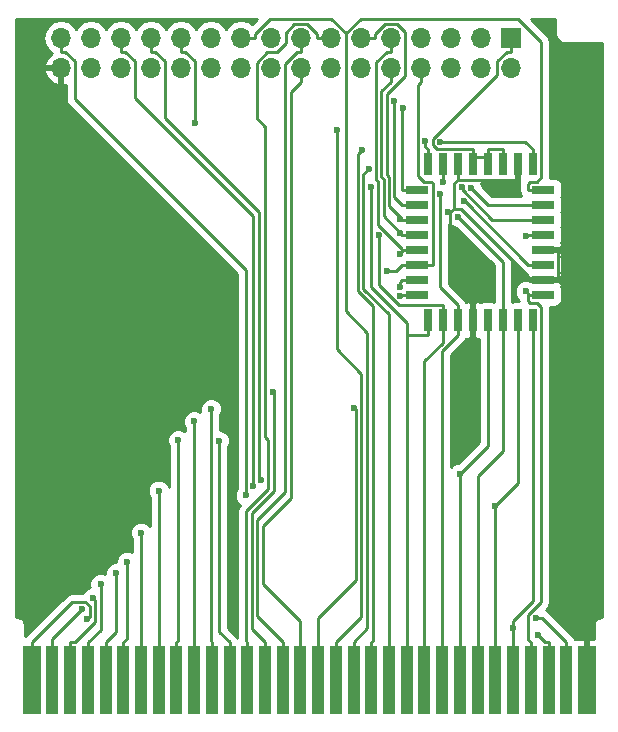
<source format=gtl>
%TF.GenerationSoftware,KiCad,Pcbnew,4.0.6*%
%TF.CreationDate,2017-11-25T15:44:53+09:00*%
%TF.ProjectId,gb_rom_board,67625F726F6D5F626F6172642E6B6963,rev?*%
%TF.FileFunction,Copper,L1,Top,Signal*%
%FSLAX46Y46*%
G04 Gerber Fmt 4.6, Leading zero omitted, Abs format (unit mm)*
G04 Created by KiCad (PCBNEW 4.0.6) date 11/25/17 15:44:53*
%MOMM*%
%LPD*%
G01*
G04 APERTURE LIST*
%ADD10C,0.100000*%
%ADD11R,0.700000X1.925000*%
%ADD12R,1.925000X0.700000*%
%ADD13R,1.700000X1.700000*%
%ADD14O,1.700000X1.700000*%
%ADD15R,1.500000X5.800000*%
%ADD16R,1.000000X5.800000*%
%ADD17C,0.600000*%
%ADD18C,0.250000*%
%ADD19C,0.254000*%
G04 APERTURE END LIST*
D10*
D11*
X152362000Y-85725900D03*
X151092000Y-85725900D03*
X149822000Y-85725900D03*
X148552000Y-85725900D03*
X153632000Y-85725900D03*
X154902000Y-85725900D03*
X156172000Y-85725900D03*
X157442000Y-85725900D03*
D12*
X147674500Y-87873400D03*
X147674500Y-89143400D03*
X147674500Y-90413400D03*
X147674500Y-91683400D03*
X147674500Y-92953400D03*
X147674500Y-94223400D03*
X147674500Y-95493400D03*
X147674500Y-96763400D03*
D11*
X148552000Y-98910900D03*
X149822000Y-98910900D03*
X151092000Y-98910900D03*
X152362000Y-98910900D03*
X153632000Y-98910900D03*
X154902000Y-98910900D03*
X156172000Y-98910900D03*
X157442000Y-98910900D03*
D12*
X158319500Y-96763400D03*
X158319500Y-95493400D03*
X158319500Y-94223400D03*
X158319500Y-92953400D03*
X158319500Y-91683400D03*
X158319500Y-90413400D03*
X158319500Y-89143400D03*
X158319500Y-87873400D03*
D13*
X155586000Y-75018900D03*
D14*
X155586000Y-77558900D03*
X153046000Y-75018900D03*
X153046000Y-77558900D03*
X150506000Y-75018900D03*
X150506000Y-77558900D03*
X147966000Y-75018900D03*
X147966000Y-77558900D03*
X145426000Y-75018900D03*
X145426000Y-77558900D03*
X142886000Y-75018900D03*
X142886000Y-77558900D03*
X140346000Y-75018900D03*
X140346000Y-77558900D03*
X137806000Y-75018900D03*
X137806000Y-77558900D03*
X135266000Y-75018900D03*
X135266000Y-77558900D03*
X132726000Y-75018900D03*
X132726000Y-77558900D03*
X130186000Y-75018900D03*
X130186000Y-77558900D03*
X127646000Y-75018900D03*
X127646000Y-77558900D03*
X125106000Y-75018900D03*
X125106000Y-77558900D03*
X122566000Y-75018900D03*
X122566000Y-77558900D03*
X120026000Y-75018900D03*
X120026000Y-77558900D03*
X117486000Y-75018900D03*
X117486000Y-77558900D03*
D15*
X115019000Y-129402000D03*
D16*
X116769000Y-129402000D03*
X118269000Y-129402000D03*
X119769000Y-129402000D03*
X121269000Y-129402000D03*
X122769000Y-129402000D03*
X124269000Y-129402000D03*
X125769000Y-129402000D03*
X127269000Y-129402000D03*
X128769000Y-129402000D03*
X130269000Y-129402000D03*
X131769000Y-129402000D03*
X133269000Y-129402000D03*
X134769000Y-129402000D03*
X136269000Y-129402000D03*
X137769000Y-129402000D03*
X139269000Y-129402000D03*
X140769000Y-129402000D03*
X142269000Y-129402000D03*
X143769000Y-129402000D03*
X145269000Y-129402000D03*
X146769000Y-129402000D03*
X148269000Y-129402000D03*
X149769000Y-129402000D03*
X151269000Y-129402000D03*
X152769000Y-129402000D03*
X154269000Y-129402000D03*
X155769000Y-129402000D03*
X157269000Y-129402000D03*
X158769000Y-129402000D03*
X160269000Y-129402000D03*
D15*
X162019000Y-129402000D03*
D17*
X119716100Y-124227200D03*
X150240200Y-89749300D03*
X143551600Y-86095000D03*
X149822000Y-87214000D03*
X140831500Y-82818600D03*
X148353800Y-83743900D03*
X142963900Y-84521900D03*
X149604500Y-83809000D03*
X146415200Y-80918000D03*
X145724600Y-80332300D03*
X130882800Y-109143400D03*
X130205600Y-106438200D03*
X146178900Y-90383100D03*
X128769000Y-107476000D03*
X146195400Y-91492100D03*
X127402800Y-109047600D03*
X146178500Y-93343200D03*
X125769000Y-113350100D03*
X145113500Y-94751700D03*
X146200500Y-96070500D03*
X124269000Y-116892900D03*
X146211400Y-96870900D03*
X123071300Y-119362100D03*
X143719300Y-87634100D03*
X144378800Y-91738600D03*
X128821300Y-82183300D03*
X149590700Y-88191200D03*
X151251500Y-111910800D03*
X134422900Y-112484900D03*
X151092600Y-90156700D03*
X154240300Y-114602500D03*
X133767300Y-112966400D03*
X155769000Y-124994800D03*
X156827000Y-96478400D03*
X151578300Y-88853300D03*
X156838600Y-91779100D03*
X142301000Y-106316700D03*
X151412600Y-87628300D03*
X152213000Y-87719100D03*
X135467600Y-105031100D03*
X119300900Y-123405400D03*
X120168100Y-122458500D03*
X120839700Y-121276800D03*
X122139500Y-120344100D03*
X157885100Y-125576600D03*
X157695500Y-124143200D03*
X133142000Y-113743000D03*
D18*
X154902000Y-84438100D02*
X153632000Y-84438100D01*
X154902000Y-85725900D02*
X154902000Y-84438100D01*
X155586000Y-75018900D02*
X155586000Y-76194200D01*
X153632000Y-85082000D02*
X152362000Y-85082000D01*
X152362000Y-85725900D02*
X152362000Y-85082000D01*
X152362000Y-85082000D02*
X152362000Y-84438100D01*
X153632000Y-85725900D02*
X153632000Y-85082000D01*
X153632000Y-85082000D02*
X153632000Y-84438100D01*
X149349300Y-84438100D02*
X152362000Y-84438100D01*
X148979200Y-84068000D02*
X149349300Y-84438100D01*
X148979200Y-83550000D02*
X148979200Y-84068000D01*
X154410700Y-78118500D02*
X148979200Y-83550000D01*
X154410700Y-77002100D02*
X154410700Y-78118500D01*
X155218600Y-76194200D02*
X154410700Y-77002100D01*
X155586000Y-76194200D02*
X155218600Y-76194200D01*
X115019000Y-129402000D02*
X115019000Y-126176700D01*
X118415700Y-122780000D02*
X115019000Y-126176700D01*
X119559900Y-122780000D02*
X118415700Y-122780000D01*
X119926200Y-123146300D02*
X119559900Y-122780000D01*
X119926200Y-124017100D02*
X119926200Y-123146300D01*
X119716100Y-124227200D02*
X119926200Y-124017100D01*
X158319500Y-92953400D02*
X159607300Y-92953400D01*
X162019000Y-97905100D02*
X159607300Y-95493400D01*
X162019000Y-129402000D02*
X162019000Y-97905100D01*
X158319500Y-95493400D02*
X159607300Y-95493400D01*
X159607300Y-95493400D02*
X159607300Y-92953400D01*
X158319500Y-95493400D02*
X157031700Y-95493400D01*
X152362000Y-98910900D02*
X152362000Y-97623100D01*
X150467300Y-95728400D02*
X150467300Y-89791200D01*
X152362000Y-97623100D02*
X150467300Y-95728400D01*
X150425400Y-89749300D02*
X150240200Y-89749300D01*
X150467300Y-89791200D02*
X150425400Y-89749300D01*
X151335200Y-89513600D02*
X150787200Y-89513600D01*
X157031700Y-95210100D02*
X151335200Y-89513600D01*
X157031700Y-95493400D02*
X157031700Y-95210100D01*
X150744900Y-89513600D02*
X150467300Y-89791200D01*
X150787200Y-89513600D02*
X150744900Y-89513600D01*
X150787200Y-87318500D02*
X151092000Y-87013700D01*
X150787200Y-89513600D02*
X150787200Y-87318500D01*
X151686600Y-87002900D02*
X151092000Y-87002900D01*
X151697400Y-87013700D02*
X151686600Y-87002900D01*
X156172000Y-87013700D02*
X151697400Y-87013700D01*
X151092000Y-85725900D02*
X151092000Y-87002900D01*
X151092000Y-87002900D02*
X151092000Y-87013700D01*
X156172000Y-85725900D02*
X156172000Y-87013700D01*
X145269000Y-129402000D02*
X145269000Y-126176700D01*
X149822000Y-85725900D02*
X149822000Y-87013700D01*
X149822000Y-87013700D02*
X149822000Y-87214000D01*
X145269000Y-98429700D02*
X145269000Y-126176700D01*
X143094000Y-96254700D02*
X145269000Y-98429700D01*
X143094000Y-86552600D02*
X143094000Y-96254700D01*
X143551600Y-86095000D02*
X143094000Y-86552600D01*
X140769000Y-129402000D02*
X140769000Y-126176700D01*
X148552000Y-85725900D02*
X148552000Y-84438100D01*
X148353800Y-84239900D02*
X148552000Y-84438100D01*
X148353800Y-83743900D02*
X148353800Y-84239900D01*
X140831500Y-101386400D02*
X140831500Y-82818600D01*
X142926400Y-103481300D02*
X140831500Y-101386400D01*
X142926400Y-124019300D02*
X142926400Y-103481300D01*
X140769000Y-126176700D02*
X142926400Y-124019300D01*
X143769000Y-129402000D02*
X143769000Y-126176700D01*
X157442000Y-85725900D02*
X157442000Y-84438100D01*
X156812900Y-83809000D02*
X149604500Y-83809000D01*
X157442000Y-84438100D02*
X156812900Y-83809000D01*
X143881600Y-126064100D02*
X143769000Y-126176700D01*
X143881600Y-97679300D02*
X143881600Y-126064100D01*
X142643700Y-96441400D02*
X143881600Y-97679300D01*
X142643700Y-84842100D02*
X142643700Y-96441400D01*
X142963900Y-84521900D02*
X142643700Y-84842100D01*
X147674500Y-87873400D02*
X146386700Y-87873400D01*
X146386700Y-80946500D02*
X146386700Y-87873400D01*
X146415200Y-80918000D02*
X146386700Y-80946500D01*
X133269000Y-129402000D02*
X133269000Y-126176700D01*
X140346000Y-75018900D02*
X139170700Y-75018900D01*
X133175800Y-126083500D02*
X133269000Y-126176700D01*
X133175800Y-115079400D02*
X133175800Y-126083500D01*
X135048300Y-113206900D02*
X133175800Y-115079400D01*
X135048300Y-109086300D02*
X135048300Y-113206900D01*
X134740400Y-108778400D02*
X135048300Y-109086300D01*
X134740400Y-82519700D02*
X134740400Y-108778400D01*
X134048900Y-81828200D02*
X134740400Y-82519700D01*
X134048900Y-77111200D02*
X134048900Y-81828200D01*
X134965800Y-76194300D02*
X134048900Y-77111200D01*
X135754800Y-76194300D02*
X134965800Y-76194300D01*
X136536000Y-75413100D02*
X135754800Y-76194300D01*
X136536000Y-74557500D02*
X136536000Y-75413100D01*
X137249900Y-73843600D02*
X136536000Y-74557500D01*
X138362800Y-73843600D02*
X137249900Y-73843600D01*
X139170700Y-74651500D02*
X138362800Y-73843600D01*
X139170700Y-75018900D02*
X139170700Y-74651500D01*
X147674500Y-89143400D02*
X146386700Y-89143400D01*
X131769000Y-129402000D02*
X131769000Y-126176700D01*
X145724600Y-88481300D02*
X145724600Y-80332300D01*
X146386700Y-89143400D02*
X145724600Y-88481300D01*
X130882800Y-125290500D02*
X130882800Y-109143400D01*
X131769000Y-126176700D02*
X130882800Y-125290500D01*
X147674500Y-90413400D02*
X146386700Y-90413400D01*
X142886000Y-75018900D02*
X144061300Y-75018900D01*
X130269000Y-129402000D02*
X130269000Y-126176700D01*
X130205600Y-126113300D02*
X130205600Y-106438200D01*
X130269000Y-126176700D02*
X130205600Y-126113300D01*
X146267700Y-90294300D02*
X146178900Y-90383100D01*
X146267700Y-90294300D02*
X146386700Y-90413400D01*
X144061300Y-74651600D02*
X144061300Y-75018900D01*
X144884300Y-73828600D02*
X144061300Y-74651600D01*
X145960400Y-73828600D02*
X144884300Y-73828600D01*
X146634900Y-74503100D02*
X145960400Y-73828600D01*
X146634900Y-78210800D02*
X146634900Y-74503100D01*
X145077600Y-79768100D02*
X146634900Y-78210800D01*
X145077600Y-86620500D02*
X145077600Y-79768100D01*
X145256400Y-86799300D02*
X145077600Y-86620500D01*
X145256400Y-89283100D02*
X145256400Y-86799300D01*
X146267700Y-90294300D02*
X145256400Y-89283100D01*
X147674500Y-91683400D02*
X146386700Y-91683400D01*
X146195400Y-91492100D02*
X146386700Y-91683400D01*
X128769000Y-129402000D02*
X128769000Y-126176700D01*
X145426000Y-77558900D02*
X145426000Y-78734200D01*
X128769000Y-126176700D02*
X128769000Y-107476000D01*
X144627300Y-79532900D02*
X145426000Y-78734200D01*
X144627300Y-86807100D02*
X144627300Y-79532900D01*
X144806100Y-86985900D02*
X144627300Y-86807100D01*
X144806100Y-90102800D02*
X144806100Y-86985900D01*
X146195400Y-91492100D02*
X144806100Y-90102800D01*
X147674500Y-92953400D02*
X146386700Y-92953400D01*
X127269000Y-129402000D02*
X127269000Y-126176700D01*
X127402800Y-126042900D02*
X127402800Y-109047600D01*
X127269000Y-126176700D02*
X127402800Y-126042900D01*
X145426000Y-75018900D02*
X145426000Y-76194200D01*
X146386700Y-93135000D02*
X146386700Y-92953400D01*
X146178500Y-93343200D02*
X146386700Y-93135000D01*
X145058700Y-76194200D02*
X145426000Y-76194200D01*
X144176900Y-77076000D02*
X145058700Y-76194200D01*
X144176900Y-86993600D02*
X144176900Y-77076000D01*
X144355800Y-87172500D02*
X144176900Y-86993600D01*
X144355800Y-90831200D02*
X144355800Y-87172500D01*
X146386700Y-92862100D02*
X144355800Y-90831200D01*
X146386700Y-92953400D02*
X146386700Y-92862100D01*
X147674500Y-94223400D02*
X148962300Y-94223400D01*
X147966000Y-77558900D02*
X147966000Y-78734200D01*
X147674500Y-94223400D02*
X146386700Y-94223400D01*
X125769000Y-129402000D02*
X125769000Y-113350100D01*
X148962300Y-87319200D02*
X148962300Y-94223400D01*
X148841100Y-87198000D02*
X148962300Y-87319200D01*
X148238200Y-87198000D02*
X148841100Y-87198000D01*
X147728500Y-86688300D02*
X148238200Y-87198000D01*
X147728500Y-78971700D02*
X147728500Y-86688300D01*
X147966000Y-78734200D02*
X147728500Y-78971700D01*
X145858400Y-94751700D02*
X146386700Y-94223400D01*
X145113500Y-94751700D02*
X145858400Y-94751700D01*
X147674500Y-95493400D02*
X146386700Y-95493400D01*
X124269000Y-129402000D02*
X124269000Y-126176700D01*
X146200500Y-95679600D02*
X146200500Y-96070500D01*
X146386700Y-95493400D02*
X146200500Y-95679600D01*
X124269000Y-126176700D02*
X124269000Y-116892900D01*
X147674500Y-96763400D02*
X146386700Y-96763400D01*
X146318900Y-96763400D02*
X146211400Y-96870900D01*
X146386700Y-96763400D02*
X146318900Y-96763400D01*
X123071300Y-125874400D02*
X123071300Y-119362100D01*
X122769000Y-126176700D02*
X123071300Y-125874400D01*
X122769000Y-129402000D02*
X122769000Y-126176700D01*
X146769000Y-129402000D02*
X146769000Y-126176700D01*
X148552000Y-98910900D02*
X148552000Y-100198700D01*
X143719300Y-96071600D02*
X143719300Y-87634100D01*
X146769000Y-99121300D02*
X143719300Y-96071600D01*
X146769000Y-100198700D02*
X146769000Y-99121300D01*
X146769000Y-126176700D02*
X146769000Y-100198700D01*
X146769000Y-100198700D02*
X148552000Y-100198700D01*
X149822000Y-100831800D02*
X149822000Y-98910900D01*
X148269000Y-102384800D02*
X149822000Y-100831800D01*
X148269000Y-129402000D02*
X148269000Y-102384800D01*
X127646000Y-75018900D02*
X127646000Y-76194200D01*
X149822000Y-98910900D02*
X149822000Y-97623100D01*
X128013400Y-76194200D02*
X127646000Y-76194200D01*
X128821300Y-77002100D02*
X128013400Y-76194200D01*
X128821300Y-82183300D02*
X128821300Y-77002100D01*
X144378800Y-95922700D02*
X144378800Y-91738600D01*
X146079200Y-97623100D02*
X144378800Y-95922700D01*
X149822000Y-97623100D02*
X146079200Y-97623100D01*
X151092000Y-99554800D02*
X151092000Y-100198700D01*
X149769000Y-101521700D02*
X151092000Y-100198700D01*
X149769000Y-129402000D02*
X149769000Y-101521700D01*
X151092000Y-99554800D02*
X151092000Y-98910900D01*
X151092000Y-98910900D02*
X151092000Y-97623100D01*
X149590700Y-96121800D02*
X149590700Y-88191200D01*
X151092000Y-97623100D02*
X149590700Y-96121800D01*
X151269000Y-129402000D02*
X151269000Y-126176700D01*
X125106000Y-75018900D02*
X125106000Y-76194200D01*
X151269000Y-111928300D02*
X151251500Y-111910800D01*
X151269000Y-126176700D02*
X151269000Y-111928300D01*
X153632000Y-109530300D02*
X153632000Y-98910900D01*
X151251500Y-111910800D02*
X153632000Y-109530300D01*
X134239800Y-112301800D02*
X134422900Y-112484900D01*
X134239800Y-89721700D02*
X134239800Y-112301800D01*
X126281300Y-81763200D02*
X134239800Y-89721700D01*
X126281300Y-77002100D02*
X126281300Y-81763200D01*
X125473400Y-76194200D02*
X126281300Y-77002100D01*
X125106000Y-76194200D02*
X125473400Y-76194200D01*
X152769000Y-129402000D02*
X152769000Y-126176700D01*
X154902000Y-109988600D02*
X154902000Y-98910900D01*
X152769000Y-112121600D02*
X154902000Y-109988600D01*
X152769000Y-126176700D02*
X152769000Y-112121600D01*
X154902000Y-93966100D02*
X151092600Y-90156700D01*
X154902000Y-98910900D02*
X154902000Y-93966100D01*
X154269000Y-129402000D02*
X154269000Y-126176700D01*
X122566000Y-75018900D02*
X122566000Y-76194200D01*
X154269000Y-114602500D02*
X154240300Y-114602500D01*
X154269000Y-126176700D02*
X154269000Y-114602500D01*
X156172000Y-112699500D02*
X156172000Y-98910900D01*
X154269000Y-114602500D02*
X156172000Y-112699500D01*
X133767300Y-90130600D02*
X133767300Y-112966400D01*
X123741300Y-80104600D02*
X133767300Y-90130600D01*
X123741300Y-77002100D02*
X123741300Y-80104600D01*
X122933400Y-76194200D02*
X123741300Y-77002100D01*
X122566000Y-76194200D02*
X122933400Y-76194200D01*
X155769000Y-129402000D02*
X155769000Y-126176700D01*
X155769000Y-124994800D02*
X155769000Y-126176700D01*
X155769000Y-124357900D02*
X155769000Y-124994800D01*
X157442000Y-122684900D02*
X155769000Y-124357900D01*
X157442000Y-98910900D02*
X157442000Y-122684900D01*
X158319500Y-96763400D02*
X157144300Y-96763400D01*
X157112000Y-96763400D02*
X156827000Y-96478400D01*
X157144300Y-96763400D02*
X157112000Y-96763400D01*
X157031700Y-97269900D02*
X157031700Y-96763400D01*
X157200500Y-97438700D02*
X157031700Y-97269900D01*
X157756100Y-97438700D02*
X157200500Y-97438700D01*
X158125800Y-97808400D02*
X157756100Y-97438700D01*
X158125800Y-122804300D02*
X158125800Y-97808400D01*
X157048000Y-123882100D02*
X158125800Y-122804300D01*
X157048000Y-125955700D02*
X157048000Y-123882100D01*
X157269000Y-126176700D02*
X157048000Y-125955700D01*
X157269000Y-129402000D02*
X157269000Y-126176700D01*
X158319500Y-96763400D02*
X157031700Y-96763400D01*
X158319500Y-94223400D02*
X157031700Y-94223400D01*
X151661600Y-88853300D02*
X157031700Y-94223400D01*
X151578300Y-88853300D02*
X151661600Y-88853300D01*
X136974900Y-79565300D02*
X137806000Y-78734200D01*
X136974900Y-113964900D02*
X136974900Y-79565300D01*
X134586800Y-116353000D02*
X136974900Y-113964900D01*
X134586800Y-121208100D02*
X134586800Y-116353000D01*
X137769000Y-124390300D02*
X134586800Y-121208100D01*
X137769000Y-129402000D02*
X137769000Y-124390300D01*
X137806000Y-77558900D02*
X137806000Y-78734200D01*
X158319500Y-91683400D02*
X157031700Y-91683400D01*
X156936000Y-91779100D02*
X156838600Y-91779100D01*
X157031700Y-91683400D02*
X156936000Y-91779100D01*
X139269000Y-124126100D02*
X139269000Y-129402000D01*
X142444400Y-120950700D02*
X139269000Y-124126100D01*
X142444400Y-106460100D02*
X142444400Y-120950700D01*
X142301000Y-106316700D02*
X142444400Y-106460100D01*
X154023000Y-90413400D02*
X158319500Y-90413400D01*
X151412600Y-87803000D02*
X154023000Y-90413400D01*
X151412600Y-87628300D02*
X151412600Y-87803000D01*
X136269000Y-129402000D02*
X136269000Y-126176700D01*
X137806000Y-75018900D02*
X137806000Y-76194200D01*
X134076600Y-123984300D02*
X136269000Y-126176700D01*
X134076600Y-115839300D02*
X134076600Y-123984300D01*
X136441400Y-113474500D02*
X134076600Y-115839300D01*
X136441400Y-77191500D02*
X136441400Y-113474500D01*
X137438700Y-76194200D02*
X136441400Y-77191500D01*
X137806000Y-76194200D02*
X137438700Y-76194200D01*
X153637300Y-89143400D02*
X152213000Y-87719100D01*
X158319500Y-89143400D02*
X153637300Y-89143400D01*
X135540800Y-105104300D02*
X135467600Y-105031100D01*
X135540800Y-113351300D02*
X135540800Y-105104300D01*
X133626200Y-115265900D02*
X135540800Y-113351300D01*
X133626200Y-125033800D02*
X133626200Y-115265900D01*
X134769000Y-126176600D02*
X133626200Y-125033800D01*
X134769000Y-129402000D02*
X134769000Y-126176600D01*
X142269000Y-129402000D02*
X142269000Y-126176700D01*
X132726000Y-75018900D02*
X133901300Y-75018900D01*
X158319500Y-87873400D02*
X157031700Y-87873400D01*
X142853100Y-73374400D02*
X141616000Y-74611500D01*
X156182900Y-73374400D02*
X142853100Y-73374400D01*
X158127200Y-75318700D02*
X156182900Y-73374400D01*
X158127200Y-86831000D02*
X158127200Y-75318700D01*
X157760100Y-87198100D02*
X158127200Y-86831000D01*
X157200500Y-87198100D02*
X157760100Y-87198100D01*
X157031700Y-87366900D02*
X157200500Y-87198100D01*
X157031700Y-87873400D02*
X157031700Y-87366900D01*
X141616000Y-98160500D02*
X141616000Y-74611500D01*
X143431200Y-99975700D02*
X141616000Y-98160500D01*
X143431200Y-125014500D02*
X143431200Y-99975700D01*
X142269000Y-126176700D02*
X143431200Y-125014500D01*
X133901300Y-74651600D02*
X133901300Y-75018900D01*
X135179100Y-73373800D02*
X133901300Y-74651600D01*
X140378300Y-73373800D02*
X135179100Y-73373800D01*
X141616000Y-74611500D02*
X140378300Y-73373800D01*
X116769000Y-125937300D02*
X119300900Y-123405400D01*
X116769000Y-129402000D02*
X116769000Y-125937300D01*
X118269000Y-129402000D02*
X118269000Y-126176700D01*
X120376500Y-122666900D02*
X120168100Y-122458500D01*
X120376500Y-124451200D02*
X120376500Y-122666900D01*
X118651000Y-126176700D02*
X120376500Y-124451200D01*
X118269000Y-126176700D02*
X118651000Y-126176700D01*
X119769000Y-129402000D02*
X119769000Y-126176700D01*
X120839600Y-121276800D02*
X120839700Y-121276800D01*
X120839600Y-125106100D02*
X120839600Y-121276800D01*
X119769000Y-126176700D02*
X120839600Y-125106100D01*
X121269000Y-129402000D02*
X121269000Y-126176700D01*
X122139500Y-125306200D02*
X122139500Y-120344100D01*
X121269000Y-126176700D02*
X122139500Y-125306200D01*
X158485200Y-126176700D02*
X157885100Y-125576600D01*
X158769000Y-126176700D02*
X158485200Y-126176700D01*
X158769000Y-129402000D02*
X158769000Y-126176700D01*
X157695500Y-124143300D02*
X157695500Y-124143200D01*
X158235600Y-124143300D02*
X157695500Y-124143300D01*
X160269000Y-126176700D02*
X158235600Y-124143300D01*
X117486000Y-75018900D02*
X117486000Y-76194200D01*
X160269000Y-129402000D02*
X160269000Y-126176700D01*
X133142000Y-94676800D02*
X133142000Y-113743000D01*
X118661300Y-80196100D02*
X133142000Y-94676800D01*
X118661300Y-77002100D02*
X118661300Y-80196100D01*
X117853400Y-76194200D02*
X118661300Y-77002100D01*
X117486000Y-76194200D02*
X117853400Y-76194200D01*
D19*
G36*
X159333900Y-74722400D02*
X159386043Y-74984538D01*
X159534532Y-75206768D01*
X159756762Y-75355257D01*
X160018900Y-75407400D01*
X163333900Y-75407400D01*
X163333900Y-124037400D01*
X163268900Y-124037400D01*
X163006762Y-124089543D01*
X162784532Y-124238032D01*
X162636043Y-124460262D01*
X162583900Y-124722400D01*
X162583900Y-125867000D01*
X162304750Y-125867000D01*
X162146000Y-126025750D01*
X162146000Y-129275000D01*
X162166000Y-129275000D01*
X162166000Y-129529000D01*
X162146000Y-129529000D01*
X162146000Y-129549000D01*
X161892000Y-129549000D01*
X161892000Y-129529000D01*
X161872000Y-129529000D01*
X161872000Y-129275000D01*
X161892000Y-129275000D01*
X161892000Y-126025750D01*
X161733250Y-125867000D01*
X161142691Y-125867000D01*
X161031717Y-125912967D01*
X161020890Y-125905569D01*
X160973145Y-125895900D01*
X160971148Y-125885861D01*
X160806401Y-125639299D01*
X158773001Y-123605899D01*
X158548805Y-123456097D01*
X158663201Y-123341701D01*
X158827948Y-123095140D01*
X158885800Y-122804300D01*
X158885800Y-97808400D01*
X158876340Y-97760840D01*
X159282000Y-97760840D01*
X159517317Y-97716562D01*
X159733441Y-97577490D01*
X159878431Y-97365290D01*
X159929440Y-97113400D01*
X159929440Y-96413400D01*
X159885162Y-96178083D01*
X159852022Y-96126581D01*
X159917000Y-95969710D01*
X159917000Y-95779150D01*
X159758250Y-95620400D01*
X158446500Y-95620400D01*
X158446500Y-95640400D01*
X158192500Y-95640400D01*
X158192500Y-95620400D01*
X157198845Y-95620400D01*
X157013799Y-95543562D01*
X156641833Y-95543238D01*
X156298057Y-95685283D01*
X156034808Y-95948073D01*
X155892162Y-96291601D01*
X155891838Y-96663567D01*
X156033883Y-97007343D01*
X156271700Y-97245575D01*
X156271700Y-97269900D01*
X156277878Y-97300960D01*
X155822000Y-97300960D01*
X155662000Y-97331066D01*
X155662000Y-93966100D01*
X155652664Y-93919166D01*
X156494299Y-94760801D01*
X156740860Y-94925548D01*
X156758467Y-94929050D01*
X156722000Y-95017090D01*
X156722000Y-95207650D01*
X156880750Y-95366400D01*
X158192500Y-95366400D01*
X158192500Y-95346400D01*
X158446500Y-95346400D01*
X158446500Y-95366400D01*
X159758250Y-95366400D01*
X159917000Y-95207650D01*
X159917000Y-95017090D01*
X159852982Y-94862536D01*
X159878431Y-94825290D01*
X159929440Y-94573400D01*
X159929440Y-93873400D01*
X159885162Y-93638083D01*
X159852022Y-93586581D01*
X159917000Y-93429710D01*
X159917000Y-93239150D01*
X159758250Y-93080400D01*
X158446500Y-93080400D01*
X158446500Y-93100400D01*
X158192500Y-93100400D01*
X158192500Y-93080400D01*
X158172500Y-93080400D01*
X158172500Y-92826400D01*
X158192500Y-92826400D01*
X158192500Y-92806400D01*
X158446500Y-92806400D01*
X158446500Y-92826400D01*
X159758250Y-92826400D01*
X159917000Y-92667650D01*
X159917000Y-92477090D01*
X159852982Y-92322536D01*
X159878431Y-92285290D01*
X159929440Y-92033400D01*
X159929440Y-91333400D01*
X159885162Y-91098083D01*
X159854461Y-91050372D01*
X159878431Y-91015290D01*
X159929440Y-90763400D01*
X159929440Y-90063400D01*
X159885162Y-89828083D01*
X159854461Y-89780372D01*
X159878431Y-89745290D01*
X159929440Y-89493400D01*
X159929440Y-88793400D01*
X159885162Y-88558083D01*
X159854461Y-88510372D01*
X159878431Y-88475290D01*
X159929440Y-88223400D01*
X159929440Y-87523400D01*
X159885162Y-87288083D01*
X159746090Y-87071959D01*
X159533890Y-86926969D01*
X159282000Y-86875960D01*
X158878257Y-86875960D01*
X158887200Y-86831000D01*
X158887200Y-75318700D01*
X158829348Y-75027861D01*
X158829348Y-75027860D01*
X158664601Y-74781299D01*
X157290702Y-73407400D01*
X159333900Y-73407400D01*
X159333900Y-74722400D01*
X159333900Y-74722400D01*
G37*
X159333900Y-74722400D02*
X159386043Y-74984538D01*
X159534532Y-75206768D01*
X159756762Y-75355257D01*
X160018900Y-75407400D01*
X163333900Y-75407400D01*
X163333900Y-124037400D01*
X163268900Y-124037400D01*
X163006762Y-124089543D01*
X162784532Y-124238032D01*
X162636043Y-124460262D01*
X162583900Y-124722400D01*
X162583900Y-125867000D01*
X162304750Y-125867000D01*
X162146000Y-126025750D01*
X162146000Y-129275000D01*
X162166000Y-129275000D01*
X162166000Y-129529000D01*
X162146000Y-129529000D01*
X162146000Y-129549000D01*
X161892000Y-129549000D01*
X161892000Y-129529000D01*
X161872000Y-129529000D01*
X161872000Y-129275000D01*
X161892000Y-129275000D01*
X161892000Y-126025750D01*
X161733250Y-125867000D01*
X161142691Y-125867000D01*
X161031717Y-125912967D01*
X161020890Y-125905569D01*
X160973145Y-125895900D01*
X160971148Y-125885861D01*
X160806401Y-125639299D01*
X158773001Y-123605899D01*
X158548805Y-123456097D01*
X158663201Y-123341701D01*
X158827948Y-123095140D01*
X158885800Y-122804300D01*
X158885800Y-97808400D01*
X158876340Y-97760840D01*
X159282000Y-97760840D01*
X159517317Y-97716562D01*
X159733441Y-97577490D01*
X159878431Y-97365290D01*
X159929440Y-97113400D01*
X159929440Y-96413400D01*
X159885162Y-96178083D01*
X159852022Y-96126581D01*
X159917000Y-95969710D01*
X159917000Y-95779150D01*
X159758250Y-95620400D01*
X158446500Y-95620400D01*
X158446500Y-95640400D01*
X158192500Y-95640400D01*
X158192500Y-95620400D01*
X157198845Y-95620400D01*
X157013799Y-95543562D01*
X156641833Y-95543238D01*
X156298057Y-95685283D01*
X156034808Y-95948073D01*
X155892162Y-96291601D01*
X155891838Y-96663567D01*
X156033883Y-97007343D01*
X156271700Y-97245575D01*
X156271700Y-97269900D01*
X156277878Y-97300960D01*
X155822000Y-97300960D01*
X155662000Y-97331066D01*
X155662000Y-93966100D01*
X155652664Y-93919166D01*
X156494299Y-94760801D01*
X156740860Y-94925548D01*
X156758467Y-94929050D01*
X156722000Y-95017090D01*
X156722000Y-95207650D01*
X156880750Y-95366400D01*
X158192500Y-95366400D01*
X158192500Y-95346400D01*
X158446500Y-95346400D01*
X158446500Y-95366400D01*
X159758250Y-95366400D01*
X159917000Y-95207650D01*
X159917000Y-95017090D01*
X159852982Y-94862536D01*
X159878431Y-94825290D01*
X159929440Y-94573400D01*
X159929440Y-93873400D01*
X159885162Y-93638083D01*
X159852022Y-93586581D01*
X159917000Y-93429710D01*
X159917000Y-93239150D01*
X159758250Y-93080400D01*
X158446500Y-93080400D01*
X158446500Y-93100400D01*
X158192500Y-93100400D01*
X158192500Y-93080400D01*
X158172500Y-93080400D01*
X158172500Y-92826400D01*
X158192500Y-92826400D01*
X158192500Y-92806400D01*
X158446500Y-92806400D01*
X158446500Y-92826400D01*
X159758250Y-92826400D01*
X159917000Y-92667650D01*
X159917000Y-92477090D01*
X159852982Y-92322536D01*
X159878431Y-92285290D01*
X159929440Y-92033400D01*
X159929440Y-91333400D01*
X159885162Y-91098083D01*
X159854461Y-91050372D01*
X159878431Y-91015290D01*
X159929440Y-90763400D01*
X159929440Y-90063400D01*
X159885162Y-89828083D01*
X159854461Y-89780372D01*
X159878431Y-89745290D01*
X159929440Y-89493400D01*
X159929440Y-88793400D01*
X159885162Y-88558083D01*
X159854461Y-88510372D01*
X159878431Y-88475290D01*
X159929440Y-88223400D01*
X159929440Y-87523400D01*
X159885162Y-87288083D01*
X159746090Y-87071959D01*
X159533890Y-86926969D01*
X159282000Y-86875960D01*
X158878257Y-86875960D01*
X158887200Y-86831000D01*
X158887200Y-75318700D01*
X158829348Y-75027861D01*
X158829348Y-75027860D01*
X158664601Y-74781299D01*
X157290702Y-73407400D01*
X159333900Y-73407400D01*
X159333900Y-74722400D01*
G36*
X133633558Y-73844540D02*
X133294285Y-73617846D01*
X132726000Y-73504807D01*
X132157715Y-73617846D01*
X131675946Y-73939753D01*
X131456000Y-74268926D01*
X131236054Y-73939753D01*
X130754285Y-73617846D01*
X130186000Y-73504807D01*
X129617715Y-73617846D01*
X129135946Y-73939753D01*
X128916000Y-74268926D01*
X128696054Y-73939753D01*
X128214285Y-73617846D01*
X127646000Y-73504807D01*
X127077715Y-73617846D01*
X126595946Y-73939753D01*
X126376000Y-74268926D01*
X126156054Y-73939753D01*
X125674285Y-73617846D01*
X125106000Y-73504807D01*
X124537715Y-73617846D01*
X124055946Y-73939753D01*
X123836000Y-74268926D01*
X123616054Y-73939753D01*
X123134285Y-73617846D01*
X122566000Y-73504807D01*
X121997715Y-73617846D01*
X121515946Y-73939753D01*
X121296000Y-74268926D01*
X121076054Y-73939753D01*
X120594285Y-73617846D01*
X120026000Y-73504807D01*
X119457715Y-73617846D01*
X118975946Y-73939753D01*
X118756000Y-74268926D01*
X118536054Y-73939753D01*
X118054285Y-73617846D01*
X117486000Y-73504807D01*
X116917715Y-73617846D01*
X116435946Y-73939753D01*
X116114039Y-74421522D01*
X116001000Y-74989807D01*
X116001000Y-75047993D01*
X116114039Y-75616278D01*
X116435946Y-76098047D01*
X116719101Y-76287245D01*
X116719076Y-76287255D01*
X116290817Y-76677542D01*
X116044514Y-77202008D01*
X116165181Y-77431900D01*
X117359000Y-77431900D01*
X117359000Y-77411900D01*
X117613000Y-77411900D01*
X117613000Y-77431900D01*
X117633000Y-77431900D01*
X117633000Y-77685900D01*
X117613000Y-77685900D01*
X117613000Y-78879055D01*
X117842890Y-79000376D01*
X117901300Y-78976183D01*
X117901300Y-80196100D01*
X117959152Y-80486939D01*
X118123899Y-80733501D01*
X132382000Y-94991602D01*
X132382000Y-113180537D01*
X132349808Y-113212673D01*
X132207162Y-113556201D01*
X132206838Y-113928167D01*
X132348883Y-114271943D01*
X132611673Y-114535192D01*
X132636155Y-114545358D01*
X132473652Y-114788561D01*
X132415800Y-115079400D01*
X132415800Y-125803027D01*
X132306401Y-125639299D01*
X131642800Y-124975698D01*
X131642800Y-109705863D01*
X131674992Y-109673727D01*
X131817638Y-109330199D01*
X131817962Y-108958233D01*
X131675917Y-108614457D01*
X131413127Y-108351208D01*
X131069599Y-108208562D01*
X130965600Y-108208471D01*
X130965600Y-107000663D01*
X130997792Y-106968527D01*
X131140438Y-106624999D01*
X131140762Y-106253033D01*
X130998717Y-105909257D01*
X130735927Y-105646008D01*
X130392399Y-105503362D01*
X130020433Y-105503038D01*
X129676657Y-105645083D01*
X129413408Y-105907873D01*
X129270762Y-106251401D01*
X129270438Y-106623367D01*
X129294601Y-106681845D01*
X128955799Y-106541162D01*
X128583833Y-106540838D01*
X128240057Y-106682883D01*
X127976808Y-106945673D01*
X127834162Y-107289201D01*
X127833838Y-107661167D01*
X127975883Y-108004943D01*
X128009000Y-108038118D01*
X128009000Y-108331414D01*
X127933127Y-108255408D01*
X127589599Y-108112762D01*
X127217633Y-108112438D01*
X126873857Y-108254483D01*
X126610608Y-108517273D01*
X126467962Y-108860801D01*
X126467638Y-109232767D01*
X126609683Y-109576543D01*
X126642800Y-109609718D01*
X126642800Y-113016425D01*
X126562117Y-112821157D01*
X126299327Y-112557908D01*
X125955799Y-112415262D01*
X125583833Y-112414938D01*
X125240057Y-112556983D01*
X124976808Y-112819773D01*
X124834162Y-113163301D01*
X124833838Y-113535267D01*
X124975883Y-113879043D01*
X125009000Y-113912218D01*
X125009000Y-116310747D01*
X124799327Y-116100708D01*
X124455799Y-115958062D01*
X124083833Y-115957738D01*
X123740057Y-116099783D01*
X123476808Y-116362573D01*
X123334162Y-116706101D01*
X123333838Y-117078067D01*
X123475883Y-117421843D01*
X123509000Y-117455018D01*
X123509000Y-118531446D01*
X123258099Y-118427262D01*
X122886133Y-118426938D01*
X122542357Y-118568983D01*
X122279108Y-118831773D01*
X122136462Y-119175301D01*
X122136258Y-119409096D01*
X121954333Y-119408938D01*
X121610557Y-119550983D01*
X121347308Y-119813773D01*
X121204662Y-120157301D01*
X121204437Y-120415849D01*
X121026499Y-120341962D01*
X120654533Y-120341638D01*
X120310757Y-120483683D01*
X120047508Y-120746473D01*
X119904862Y-121090001D01*
X119904538Y-121461967D01*
X119937630Y-121542057D01*
X119639157Y-121665383D01*
X119375908Y-121928173D01*
X119337778Y-122020000D01*
X118415700Y-122020000D01*
X118124860Y-122077852D01*
X117878299Y-122242599D01*
X114481599Y-125639299D01*
X114453900Y-125680754D01*
X114453900Y-124722400D01*
X114401757Y-124460262D01*
X114253268Y-124238032D01*
X114031038Y-124089543D01*
X113768900Y-124037400D01*
X113703900Y-124037400D01*
X113703900Y-77915792D01*
X116044514Y-77915792D01*
X116290817Y-78440258D01*
X116719076Y-78830545D01*
X117129110Y-79000376D01*
X117359000Y-78879055D01*
X117359000Y-77685900D01*
X116165181Y-77685900D01*
X116044514Y-77915792D01*
X113703900Y-77915792D01*
X113703900Y-73407400D01*
X134070698Y-73407400D01*
X133633558Y-73844540D01*
X133633558Y-73844540D01*
G37*
X133633558Y-73844540D02*
X133294285Y-73617846D01*
X132726000Y-73504807D01*
X132157715Y-73617846D01*
X131675946Y-73939753D01*
X131456000Y-74268926D01*
X131236054Y-73939753D01*
X130754285Y-73617846D01*
X130186000Y-73504807D01*
X129617715Y-73617846D01*
X129135946Y-73939753D01*
X128916000Y-74268926D01*
X128696054Y-73939753D01*
X128214285Y-73617846D01*
X127646000Y-73504807D01*
X127077715Y-73617846D01*
X126595946Y-73939753D01*
X126376000Y-74268926D01*
X126156054Y-73939753D01*
X125674285Y-73617846D01*
X125106000Y-73504807D01*
X124537715Y-73617846D01*
X124055946Y-73939753D01*
X123836000Y-74268926D01*
X123616054Y-73939753D01*
X123134285Y-73617846D01*
X122566000Y-73504807D01*
X121997715Y-73617846D01*
X121515946Y-73939753D01*
X121296000Y-74268926D01*
X121076054Y-73939753D01*
X120594285Y-73617846D01*
X120026000Y-73504807D01*
X119457715Y-73617846D01*
X118975946Y-73939753D01*
X118756000Y-74268926D01*
X118536054Y-73939753D01*
X118054285Y-73617846D01*
X117486000Y-73504807D01*
X116917715Y-73617846D01*
X116435946Y-73939753D01*
X116114039Y-74421522D01*
X116001000Y-74989807D01*
X116001000Y-75047993D01*
X116114039Y-75616278D01*
X116435946Y-76098047D01*
X116719101Y-76287245D01*
X116719076Y-76287255D01*
X116290817Y-76677542D01*
X116044514Y-77202008D01*
X116165181Y-77431900D01*
X117359000Y-77431900D01*
X117359000Y-77411900D01*
X117613000Y-77411900D01*
X117613000Y-77431900D01*
X117633000Y-77431900D01*
X117633000Y-77685900D01*
X117613000Y-77685900D01*
X117613000Y-78879055D01*
X117842890Y-79000376D01*
X117901300Y-78976183D01*
X117901300Y-80196100D01*
X117959152Y-80486939D01*
X118123899Y-80733501D01*
X132382000Y-94991602D01*
X132382000Y-113180537D01*
X132349808Y-113212673D01*
X132207162Y-113556201D01*
X132206838Y-113928167D01*
X132348883Y-114271943D01*
X132611673Y-114535192D01*
X132636155Y-114545358D01*
X132473652Y-114788561D01*
X132415800Y-115079400D01*
X132415800Y-125803027D01*
X132306401Y-125639299D01*
X131642800Y-124975698D01*
X131642800Y-109705863D01*
X131674992Y-109673727D01*
X131817638Y-109330199D01*
X131817962Y-108958233D01*
X131675917Y-108614457D01*
X131413127Y-108351208D01*
X131069599Y-108208562D01*
X130965600Y-108208471D01*
X130965600Y-107000663D01*
X130997792Y-106968527D01*
X131140438Y-106624999D01*
X131140762Y-106253033D01*
X130998717Y-105909257D01*
X130735927Y-105646008D01*
X130392399Y-105503362D01*
X130020433Y-105503038D01*
X129676657Y-105645083D01*
X129413408Y-105907873D01*
X129270762Y-106251401D01*
X129270438Y-106623367D01*
X129294601Y-106681845D01*
X128955799Y-106541162D01*
X128583833Y-106540838D01*
X128240057Y-106682883D01*
X127976808Y-106945673D01*
X127834162Y-107289201D01*
X127833838Y-107661167D01*
X127975883Y-108004943D01*
X128009000Y-108038118D01*
X128009000Y-108331414D01*
X127933127Y-108255408D01*
X127589599Y-108112762D01*
X127217633Y-108112438D01*
X126873857Y-108254483D01*
X126610608Y-108517273D01*
X126467962Y-108860801D01*
X126467638Y-109232767D01*
X126609683Y-109576543D01*
X126642800Y-109609718D01*
X126642800Y-113016425D01*
X126562117Y-112821157D01*
X126299327Y-112557908D01*
X125955799Y-112415262D01*
X125583833Y-112414938D01*
X125240057Y-112556983D01*
X124976808Y-112819773D01*
X124834162Y-113163301D01*
X124833838Y-113535267D01*
X124975883Y-113879043D01*
X125009000Y-113912218D01*
X125009000Y-116310747D01*
X124799327Y-116100708D01*
X124455799Y-115958062D01*
X124083833Y-115957738D01*
X123740057Y-116099783D01*
X123476808Y-116362573D01*
X123334162Y-116706101D01*
X123333838Y-117078067D01*
X123475883Y-117421843D01*
X123509000Y-117455018D01*
X123509000Y-118531446D01*
X123258099Y-118427262D01*
X122886133Y-118426938D01*
X122542357Y-118568983D01*
X122279108Y-118831773D01*
X122136462Y-119175301D01*
X122136258Y-119409096D01*
X121954333Y-119408938D01*
X121610557Y-119550983D01*
X121347308Y-119813773D01*
X121204662Y-120157301D01*
X121204437Y-120415849D01*
X121026499Y-120341962D01*
X120654533Y-120341638D01*
X120310757Y-120483683D01*
X120047508Y-120746473D01*
X119904862Y-121090001D01*
X119904538Y-121461967D01*
X119937630Y-121542057D01*
X119639157Y-121665383D01*
X119375908Y-121928173D01*
X119337778Y-122020000D01*
X118415700Y-122020000D01*
X118124860Y-122077852D01*
X117878299Y-122242599D01*
X114481599Y-125639299D01*
X114453900Y-125680754D01*
X114453900Y-124722400D01*
X114401757Y-124460262D01*
X114253268Y-124238032D01*
X114031038Y-124089543D01*
X113768900Y-124037400D01*
X113703900Y-124037400D01*
X113703900Y-77915792D01*
X116044514Y-77915792D01*
X116290817Y-78440258D01*
X116719076Y-78830545D01*
X117129110Y-79000376D01*
X117359000Y-78879055D01*
X117359000Y-77685900D01*
X116165181Y-77685900D01*
X116044514Y-77915792D01*
X113703900Y-77915792D01*
X113703900Y-73407400D01*
X134070698Y-73407400D01*
X133633558Y-73844540D01*
G36*
X150562273Y-90948892D02*
X150905801Y-91091538D01*
X150952677Y-91091579D01*
X154142000Y-94280902D01*
X154142000Y-97333361D01*
X153982000Y-97300960D01*
X153282000Y-97300960D01*
X153046683Y-97345238D01*
X152995181Y-97378379D01*
X152838309Y-97313400D01*
X152647750Y-97313400D01*
X152489000Y-97472150D01*
X152489000Y-98783900D01*
X152509000Y-98783900D01*
X152509000Y-99037900D01*
X152489000Y-99037900D01*
X152489000Y-100349650D01*
X152647750Y-100508400D01*
X152838309Y-100508400D01*
X152872000Y-100494445D01*
X152872000Y-109215498D01*
X151111820Y-110975678D01*
X151066333Y-110975638D01*
X150722557Y-111117683D01*
X150529000Y-111310903D01*
X150529000Y-101836502D01*
X151629401Y-100736101D01*
X151794148Y-100489539D01*
X151797650Y-100471932D01*
X151885691Y-100508400D01*
X152076250Y-100508400D01*
X152235000Y-100349650D01*
X152235000Y-99037900D01*
X152215000Y-99037900D01*
X152215000Y-98783900D01*
X152235000Y-98783900D01*
X152235000Y-97472150D01*
X152076250Y-97313400D01*
X151885691Y-97313400D01*
X151797650Y-97349868D01*
X151794148Y-97332261D01*
X151629401Y-97085699D01*
X150350700Y-95806998D01*
X150350700Y-90736949D01*
X150562273Y-90948892D01*
X150562273Y-90948892D01*
G37*
X150562273Y-90948892D02*
X150905801Y-91091538D01*
X150952677Y-91091579D01*
X154142000Y-94280902D01*
X154142000Y-97333361D01*
X153982000Y-97300960D01*
X153282000Y-97300960D01*
X153046683Y-97345238D01*
X152995181Y-97378379D01*
X152838309Y-97313400D01*
X152647750Y-97313400D01*
X152489000Y-97472150D01*
X152489000Y-98783900D01*
X152509000Y-98783900D01*
X152509000Y-99037900D01*
X152489000Y-99037900D01*
X152489000Y-100349650D01*
X152647750Y-100508400D01*
X152838309Y-100508400D01*
X152872000Y-100494445D01*
X152872000Y-109215498D01*
X151111820Y-110975678D01*
X151066333Y-110975638D01*
X150722557Y-111117683D01*
X150529000Y-111310903D01*
X150529000Y-101836502D01*
X151629401Y-100736101D01*
X151794148Y-100489539D01*
X151797650Y-100471932D01*
X151885691Y-100508400D01*
X152076250Y-100508400D01*
X152235000Y-100349650D01*
X152235000Y-99037900D01*
X152215000Y-99037900D01*
X152215000Y-98783900D01*
X152235000Y-98783900D01*
X152235000Y-97472150D01*
X152076250Y-97313400D01*
X151885691Y-97313400D01*
X151797650Y-97349868D01*
X151794148Y-97332261D01*
X151629401Y-97085699D01*
X150350700Y-95806998D01*
X150350700Y-90736949D01*
X150562273Y-90948892D01*
G36*
X156299000Y-85598900D02*
X156319000Y-85598900D01*
X156319000Y-85852900D01*
X156299000Y-85852900D01*
X156299000Y-87164650D01*
X156309785Y-87175435D01*
X156271700Y-87366900D01*
X156271700Y-87873400D01*
X156329552Y-88164239D01*
X156475990Y-88383400D01*
X153952102Y-88383400D01*
X153148122Y-87579420D01*
X153148162Y-87533933D01*
X153046617Y-87288174D01*
X153282000Y-87335840D01*
X153982000Y-87335840D01*
X154217317Y-87291562D01*
X154265028Y-87260861D01*
X154300110Y-87284831D01*
X154552000Y-87335840D01*
X155252000Y-87335840D01*
X155487317Y-87291562D01*
X155538819Y-87258421D01*
X155695691Y-87323400D01*
X155886250Y-87323400D01*
X156045000Y-87164650D01*
X156045000Y-85852900D01*
X156025000Y-85852900D01*
X156025000Y-85598900D01*
X156045000Y-85598900D01*
X156045000Y-85578900D01*
X156299000Y-85578900D01*
X156299000Y-85598900D01*
X156299000Y-85598900D01*
G37*
X156299000Y-85598900D02*
X156319000Y-85598900D01*
X156319000Y-85852900D01*
X156299000Y-85852900D01*
X156299000Y-87164650D01*
X156309785Y-87175435D01*
X156271700Y-87366900D01*
X156271700Y-87873400D01*
X156329552Y-88164239D01*
X156475990Y-88383400D01*
X153952102Y-88383400D01*
X153148122Y-87579420D01*
X153148162Y-87533933D01*
X153046617Y-87288174D01*
X153282000Y-87335840D01*
X153982000Y-87335840D01*
X154217317Y-87291562D01*
X154265028Y-87260861D01*
X154300110Y-87284831D01*
X154552000Y-87335840D01*
X155252000Y-87335840D01*
X155487317Y-87291562D01*
X155538819Y-87258421D01*
X155695691Y-87323400D01*
X155886250Y-87323400D01*
X156045000Y-87164650D01*
X156045000Y-85852900D01*
X156025000Y-85852900D01*
X156025000Y-85598900D01*
X156045000Y-85598900D01*
X156045000Y-85578900D01*
X156299000Y-85578900D01*
X156299000Y-85598900D01*
G36*
X151219000Y-85598900D02*
X151239000Y-85598900D01*
X151239000Y-85852900D01*
X151219000Y-85852900D01*
X151219000Y-85872900D01*
X150965000Y-85872900D01*
X150965000Y-85852900D01*
X150945000Y-85852900D01*
X150945000Y-85598900D01*
X150965000Y-85598900D01*
X150965000Y-85578900D01*
X151219000Y-85578900D01*
X151219000Y-85598900D01*
X151219000Y-85598900D01*
G37*
X151219000Y-85598900D02*
X151239000Y-85598900D01*
X151239000Y-85852900D01*
X151219000Y-85852900D01*
X151219000Y-85872900D01*
X150965000Y-85872900D01*
X150965000Y-85852900D01*
X150945000Y-85852900D01*
X150945000Y-85598900D01*
X150965000Y-85598900D01*
X150965000Y-85578900D01*
X151219000Y-85578900D01*
X151219000Y-85598900D01*
M02*

</source>
